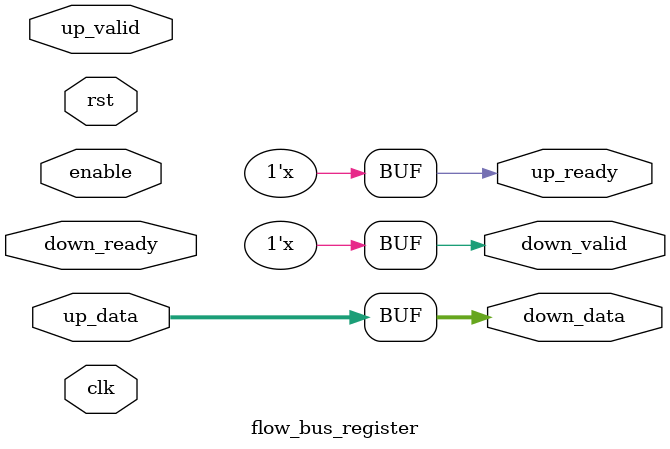
<source format=v>
/***************************************************************************************************
 * Module: flow_bus_register
 *
 * Description: The flow_bus_register takes a flow bus (data, valid and ready flag) and intruduces
 *              registers along said bus.  The number of registers along each is a parameter and can
 *              be different along the ready path and the data/valid path.  The valid and ready
 *              flags can be removed using parameters.
 *
 * Test bench: tester_flow_bus_register.v
 *
 * Created: Fri 28 May 2010 23:00:51 EDT
 *
 * Author: Berin Martini
 **************************************************************************************************/

`ifndef _flow_bus_register_ `define _flow_bus_register_


module flow_bus_register
  #(parameter
    DATA_WIDTH      = 16,
    REG_DEPTH_DATA  = 0,
    REG_DEPTH_READY = 0,
    USE_READY       = 0,
    USE_VALID       = 0,
    USE_ENABLE      = 0,
    USE_RESET       = 0)
   (input                   clk,
    input                   rst,
    input                   enable,

    output                  up_ready,
    input                   up_valid,
    input  [DATA_WIDTH-1:0] up_data,

    input                   down_ready,
    output                  down_valid,
    output [DATA_WIDTH-1:0] down_data
   );


    /**************************************************************************************
     * Private parameters for 'flow_bus_register'
     **************************************************************************************/

`ifdef VERBOSE
    initial $display("\using 'flow_bus_register' with a %0d bus width and register depth %0d\n",
        DATA_WIDTH, REG_DEPTH_DATA);
`endif


    /**************************************************************************************
     * Internal signals
     **************************************************************************************/

    genvar xx;

    /**************************************************************************************
     * Implementation
     **************************************************************************************/

    generate // Multi-registering of the ready flag
        if (USE_READY) begin : READY_

            wire reg_ready;

            flow_bus_register #(
                .DATA_WIDTH     (1),
                .REG_DEPTH_DATA (REG_DEPTH_READY),
                .USE_READY      (0),
                .USE_VALID      (0),
                .USE_ENABLE     (USE_ENABLE),
                .USE_RESET      (USE_RESET))
            ready_flag (
                .clk        (clk),
                .rst        (rst),
                .enable     (enable),
                .up_data    (down_ready),
                .down_data  (reg_ready) );


            if (USE_ENABLE) begin : ENABLE_

                assign up_ready = reg_ready & enable;

            end
            else begin : NO_ENABLE_

                assign up_ready = reg_ready;

            end
        end
        else begin : NO_READY_

            assign up_ready = 'bx;

        end
    endgenerate


    generate // Multi-registering of the valid flag
        if (USE_VALID) begin : VALID_

            wire reg_valid;

            flow_bus_register #(
                .DATA_WIDTH     (1),
                .REG_DEPTH_DATA (REG_DEPTH_DATA),
                .USE_READY      (0),
                .USE_VALID      (0),
                .USE_ENABLE     (USE_ENABLE),
                .USE_RESET      (USE_RESET))
            valid_flag (
                .clk        (clk),
                .rst        (rst),
                .enable     (enable),
                .up_data    (up_valid),
                .down_data  (reg_valid) );


            if (USE_ENABLE) begin : ENABLE_

                assign down_valid = reg_valid & enable;

            end
            else begin : NO_ENABLE_

                assign down_valid = reg_valid;

            end
        end
        else begin : NO_VALID_

            assign down_valid = 'bx;

        end
    endgenerate


    generate // Multi-register piplining of data bus
        if (0 == REG_DEPTH_DATA) begin : DATA_NO_REG_

            assign down_data = up_data;

        end
        else begin : DATA_REG_

            reg  [DATA_WIDTH-1:0] reg_data [0:REG_DEPTH_DATA];

            assign down_data                    = reg_data[0];

            always @* reg_data[REG_DEPTH_DATA]  = up_data;

            if (USE_ENABLE) begin : ENABLE_
                if (USE_RESET) begin : RESET_
                    for (xx = 0; xx < REG_DEPTH_DATA; xx = xx + 1) begin : REG_

                        always @(posedge clk)
                            if      (rst)       reg_data[xx] <= 'b0;
                            else if (enable)    reg_data[xx] <= reg_data[xx+1];

                    end
                end
                else begin : NO_RESET_
                    for (xx = 0; xx < REG_DEPTH_DATA; xx = xx + 1) begin : REG_

                        always @(posedge clk)
                            if (enable) reg_data[xx] <= reg_data[xx+1];

                    end
                end
            end
            else begin : NO_ENABLE_
                if (USE_RESET) begin : RESET_
                    for (xx = 0; xx < REG_DEPTH_DATA; xx = xx + 1) begin : REG_

                        always @(posedge clk)
                            if (rst)    reg_data[xx] <= 'b0;
                            else        reg_data[xx] <= reg_data[xx+1];

                    end
                end
                else begin : NO_RESET_
                    for (xx = 0; xx < REG_DEPTH_DATA; xx = xx + 1) begin : REG_

                        always @(posedge clk)
                            reg_data[xx] <= reg_data[xx+1];

                    end
                end
            end
        end
    endgenerate


endmodule

`endif //  `ifndef _flow_bus_register_

</source>
